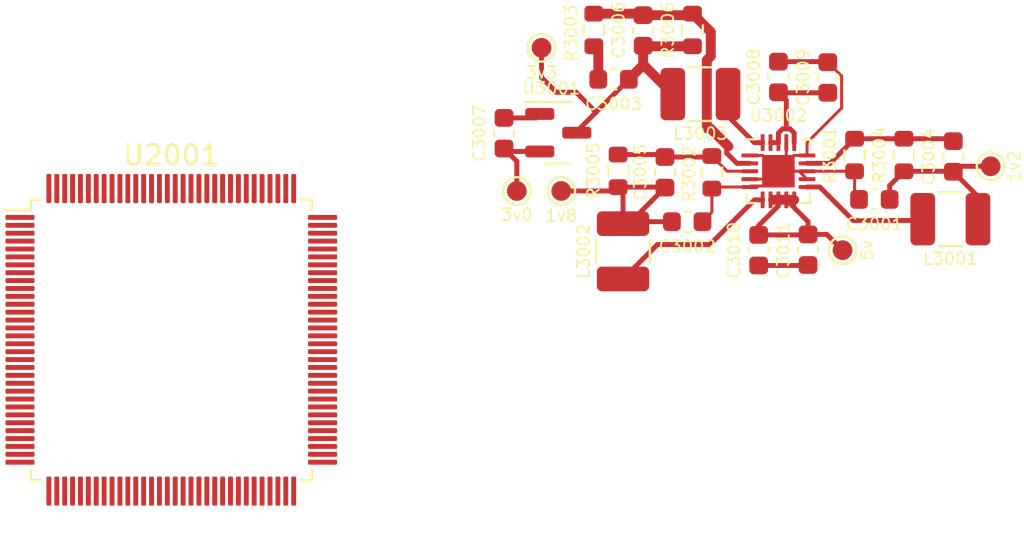
<source format=kicad_pcb>
(kicad_pcb (version 20211014) (generator pcbnew)
  (layers (0 "F.Cu" signal) (1 "In1.Cu" signal) (2 "In2.Cu" signal) (31 "B.Cu" signal) (34 "B.Paste" user) (35 "F.Paste" user) (36 "B.SilkS" user "B.Silkscreen") (37 "F.SilkS" user "F.Silkscreen") (38 "B.Mask" user) (39 "F.Mask" user) (44 "Edge.Cuts" user))
  (net 0 "")
  (net 1 "GND")
  (net 2 "Net-(C3004-Pad2)")
  (net 3 "Net-(C3005-Pad2)")
  (net 4 "Net-(C3006-Pad2)")
  (net 5 "Net-(L3001-Pad2)")
  (net 6 "Net-(L3002-Pad2)")
  (net 7 "Net-(L3003-Pad2)")
  (net 66 "Net-(U2001-Pad59)")
  (net 69 "Net-(U2001-Pad65)")
  (net 127 "/v3s/buck converter V3s/1V2")
  (net 128 "/v3s/buck converter V3s/1V8")
  (net 129 "/v3s/buck converter V3s/3v3")
  (net 130 "/v3s/buck converter V3s/3V0")
  (net 131 "/v3s/buck converter V3s/5V")
  (footprint "Resistor_SMD:R_0603_1608Metric" (layer "F.Cu") (at 189.3584 75.6772 90)
    (fp_text reference "R3004" (at 0 -1.25 90 unlocked) (layer "F.SilkS") (effects (font (size 0.6 0.6) (thickness 0.09))))
    (fp_text value "150K(Ra)" hide)
    (fp_line (start -0.237258 0.5225) (end 0.237258 0.5225) (layer "F.SilkS") (width 0.12))
    (fp_line (start -0.237258 -0.5225) (end 0.237258 -0.5225) (layer "F.SilkS") (width 0.12))
    (pad "1" smd roundrect (at -0.825 0 90) (size 0.8 0.95) (layers "F.Cu" "F.Paste" "F.Mask") (net 127 "/v3s/buck converter V3s/1V2"))
    (pad "2" smd roundrect (at 0.825 0 90) (size 0.8 0.95) (layers "F.Cu" "F.Paste" "F.Mask") (net 2 "Net-(C3004-Pad2)"))
  )
  (footprint "Inductor_SMD:L_1210_3225Metric" (layer "F.Cu") (at 179.0498 72.5954)
    (fp_text reference "L3003" (at 0 2 unlocked) (layer "F.SilkS") (effects (font (size 0.6 0.6) (thickness 0.09))))
    (fp_text value "2.2uH DCR<0.1R 1.5A" hide)
    (fp_line (start -0.602064 -1.36) (end 0.602064 -1.36) (layer "F.SilkS") (width 0.12))
    (fp_line (start -0.602064 1.36) (end 0.602064 1.36) (layer "F.SilkS") (width 0.12))
    (pad "1" smd roundrect (at -1.4 0) (size 1.25 2.65) (layers "F.Cu" "F.Paste" "F.Mask") (roundrect_rratio 0.2) (net 129 "/v3s/buck converter V3s/3v3"))
    (pad "2" smd roundrect (at 1.4 0) (size 1.25 2.65) (layers "F.Cu" "F.Paste" "F.Mask") (roundrect_rratio 0.2) (net 7 "Net-(L3003-Pad2)"))
  )
  (footprint "TestPoint:TestPoint_Pad_D1.0mm" (layer "F.Cu") (at 171 70.25)
    (fp_text reference "TP3003" hide)
    (fp_text value "3v3" (at 0 1.25 unlocked) (layer "F.SilkS") (effects (font (size 0.6 0.6) (thickness 0.09))))
    (fp_circle (center 0 0) (end 0 0.7) (layer "F.SilkS") (width 0.12) (fill none))
    (pad "1" smd circle (at 0 0) (size 1 1) (layers "F.Cu" "F.Mask") (net 129 "/v3s/buck converter V3s/3v3"))
  )
  (footprint "Capacitor_SMD:C_0603_1608Metric" (layer "F.Cu") (at 187.8584 77.9272 180)
    (fp_text reference "C3001" (at 0 -1.25 unlocked) (layer "F.SilkS") (effects (font (size 0.6 0.6) (thickness 0.09))))
    (fp_text value "10uf" hide)
    (fp_line (start -0.14058 0.51) (end 0.14058 0.51) (layer "F.SilkS") (width 0.12))
    (fp_line (start -0.14058 -0.51) (end 0.14058 -0.51) (layer "F.SilkS") (width 0.12))
    (pad "1" smd roundrect (at -0.775 0 180) (size 0.9 0.95) (layers "F.Cu" "F.Paste" "F.Mask") (net 127 "/v3s/buck converter V3s/1V2"))
    (pad "2" smd roundrect (at 0.775 0 180) (size 0.9 0.95) (layers "F.Cu" "F.Paste" "F.Mask") (net 1 "GND"))
  )
  (footprint "TestPoint:TestPoint_Pad_D1.0mm" (layer "F.Cu") (at 193.75 76.25 90)
    (fp_text reference "TP3002" hide)
    (fp_text value "1v2" (at 0 1.2 90 unlocked) (layer "F.SilkS") (effects (font (size 0.6 0.6) (thickness 0.09))))
    (fp_circle (center 0 0) (end 0 0.7) (layer "F.SilkS") (width 0.12) (fill none))
    (pad "1" smd circle (at 0 0 90) (size 1 1) (layers "F.Cu" "F.Mask") (net 127 "/v3s/buck converter V3s/1V2"))
  )
  (footprint "Capacitor_SMD:C_0603_1608Metric" (layer "F.Cu") (at 178.3788 79.0556)
    (fp_text reference "C3002" (at 0 1.25 unlocked) (layer "F.SilkS") (effects (font (size 0.6 0.6) (thickness 0.09))))
    (fp_text value "10uf" hide)
    (fp_line (start -0.14058 0.51) (end 0.14058 0.51) (layer "F.SilkS") (width 0.12))
    (fp_line (start -0.14058 -0.51) (end 0.14058 -0.51) (layer "F.SilkS") (width 0.12))
    (pad "1" smd roundrect (at -0.775 0) (size 0.9 0.95) (layers "F.Cu" "F.Paste" "F.Mask") (net 128 "/v3s/buck converter V3s/1V8"))
    (pad "2" smd roundrect (at 0.775 0) (size 0.9 0.95) (layers "F.Cu" "F.Paste" "F.Mask") (net 1 "GND"))
  )
  (footprint "Resistor_SMD:R_0603_1608Metric" (layer "F.Cu") (at 178.6498 69.3454 90)
    (fp_text reference "R3006" (at 0 -1.25 90 unlocked) (layer "F.SilkS") (effects (font (size 0.6 0.6) (thickness 0.09))))
    (fp_text value "680K(Ra)" hide)
    (fp_line (start -0.237258 0.5225) (end 0.237258 0.5225) (layer "F.SilkS") (width 0.12))
    (fp_line (start -0.237258 -0.5225) (end 0.237258 -0.5225) (layer "F.SilkS") (width 0.12))
    (pad "1" smd roundrect (at -0.825 0 90) (size 0.8 0.95) (layers "F.Cu" "F.Paste" "F.Mask") (net 129 "/v3s/buck converter V3s/3v3"))
    (pad "2" smd roundrect (at 0.825 0 90) (size 0.8 0.95) (layers "F.Cu" "F.Paste" "F.Mask") (net 4 "Net-(C3006-Pad2)"))
  )
  (footprint "Resistor_SMD:R_0603_1608Metric" (layer "F.Cu") (at 174.8788 76.4806 90)
    (fp_text reference "R3005" (at 0 -1.25 90 unlocked) (layer "F.SilkS") (effects (font (size 0.6 0.6) (thickness 0.09))))
    (fp_text value "200K(Ra)" hide)
    (fp_line (start -0.237258 0.5225) (end 0.237258 0.5225) (layer "F.SilkS") (width 0.12))
    (fp_line (start -0.237258 -0.5225) (end 0.237258 -0.5225) (layer "F.SilkS") (width 0.12))
    (pad "1" smd roundrect (at -0.825 0 90) (size 0.8 0.95) (layers "F.Cu" "F.Paste" "F.Mask") (net 128 "/v3s/buck converter V3s/1V8"))
    (pad "2" smd roundrect (at 0.825 0 90) (size 0.8 0.95) (layers "F.Cu" "F.Paste" "F.Mask") (net 3 "Net-(C3005-Pad2)"))
  )
  (footprint "Capacitor_SMD:C_0603_1608Metric" (layer "F.Cu") (at 169.1 74.575 90)
    (fp_text reference "C3007" (at 0 -1.25 90 unlocked) (layer "F.SilkS") (effects (font (size 0.6 0.6) (thickness 0.09))))
    (fp_text value "1uf" hide)
    (fp_line (start -0.14058 -0.51) (end 0.14058 -0.51) (layer "F.SilkS") (width 0.12))
    (fp_line (start -0.14058 0.51) (end 0.14058 0.51) (layer "F.SilkS") (width 0.12))
    (pad "1" smd roundrect (at -0.775 0 90) (size 0.9 0.95) (layers "F.Cu" "F.Paste" "F.Mask") (net 130 "/v3s/buck converter V3s/3V0"))
    (pad "2" smd roundrect (at 0.775 0 90) (size 0.9 0.95) (layers "F.Cu" "F.Paste" "F.Mask") (net 1 "GND"))
  )
  (footprint "Capacitor_SMD:C_0603_1608Metric" (layer "F.Cu") (at 191.8584 75.7522 90)
    (fp_text reference "C3004" (at 0 -1.25 90 unlocked) (layer "F.SilkS") (effects (font (size 0.6 0.6) (thickness 0.09))))
    (fp_text value "18p" hide)
    (fp_line (start -0.14058 -0.51) (end 0.14058 -0.51) (layer "F.SilkS") (width 0.12))
    (fp_line (start -0.14058 0.51) (end 0.14058 0.51) (layer "F.SilkS") (width 0.12))
    (pad "1" smd roundrect (at -0.775 0 90) (size 0.9 0.95) (layers "F.Cu" "F.Paste" "F.Mask") (net 127 "/v3s/buck converter V3s/1V2"))
    (pad "2" smd roundrect (at 0.775 0 90) (size 0.9 0.95) (layers "F.Cu" "F.Paste" "F.Mask") (net 2 "Net-(C3004-Pad2)"))
  )
  (footprint "Package_QFP:LQFP-128_14x14mm_P0.4mm" (layer "F.Cu") (at 152.2476 85.0392)
    (fp_text reference "U2001" (at 0 -9.35) (layer "F.SilkS"))
    (fp_text value "V3S")
    (fp_line (start -7.11 -6.585) (end -8.4 -6.585) (layer "F.SilkS") (width 0.12))
    (fp_line (start -6.585 -7.11) (end -7.11 -7.11) (layer "F.SilkS") (width 0.12))
    (fp_line (start -7.11 7.11) (end -7.11 6.585) (layer "F.SilkS") (width 0.12))
    (fp_line (start 6.585 7.11) (end 7.11 7.11) (layer "F.SilkS") (width 0.12))
    (fp_line (start 7.11 7.11) (end 7.11 6.585) (layer "F.SilkS") (width 0.12))
    (fp_line (start -6.585 7.11) (end -7.11 7.11) (layer "F.SilkS") (width 0.12))
    (fp_line (start 6.585 -7.11) (end 7.11 -7.11) (layer "F.SilkS") (width 0.12))
    (fp_line (start 7.11 -7.11) (end 7.11 -6.585) (layer "F.SilkS") (width 0.12))
    (fp_line (start -7.11 -7.11) (end -7.11 -6.585) (layer "F.SilkS") (width 0.12))
    (pad "1" smd roundrect (at -7.6625 -6.2) (size 1.475 0.25) (layers "F.Cu" "F.Paste" "F.Mask"))
    (pad "2" smd roundrect (at -7.6625 -5.8) (size 1.475 0.25) (layers "F.Cu" "F.Paste" "F.Mask"))
    (pad "3" smd roundrect (at -7.6625 -5.4) (size 1.475 0.25) (layers "F.Cu" "F.Paste" "F.Mask"))
    (pad "4" smd roundrect (at -7.6625 -5) (size 1.475 0.25) (layers "F.Cu" "F.Paste" "F.Mask"))
    (pad "5" smd roundrect (at -7.6625 -4.6) (size 1.475 0.25) (layers "F.Cu" "F.Paste" "F.Mask"))
    (pad "6" smd roundrect (at -7.6625 -4.2) (size 1.475 0.25) (layers "F.Cu" "F.Paste" "F.Mask"))
    (pad "7" smd roundrect (at -7.6625 -3.8) (size 1.475 0.25) (layers "F.Cu" "F.Paste" "F.Mask"))
    (pad "8" smd roundrect (at -7.6625 -3.4) (size 1.475 0.25) (layers "F.Cu" "F.Paste" "F.Mask"))
    (pad "9" smd roundrect (at -7.6625 -3) (size 1.475 0.25) (layers "F.Cu" "F.Paste" "F.Mask"))
    (pad "10" smd roundrect (at -7.6625 -2.6) (size 1.475 0.25) (layers "F.Cu" "F.Paste" "F.Mask"))
    (pad "11" smd roundrect (at -7.6625 -2.2) (size 1.475 0.25) (layers "F.Cu" "F.Paste" "F.Mask"))
    (pad "12" smd roundrect (at -7.6625 -1.8) (size 1.475 0.25) (layers "F.Cu" "F.Paste" "F.Mask"))
    (pad "13" smd roundrect (at -7.6625 -1.4) (size 1.475 0.25) (layers "F.Cu" "F.Paste" "F.Mask"))
    (pad "14" smd roundrect (at -7.6625 -1) (size 1.475 0.25) (layers "F.Cu" "F.Paste" "F.Mask"))
    (pad "15" smd roundrect (at -7.6625 -0.6) (size 1.475 0.25) (layers "F.Cu" "F.Paste" "F.Mask"))
    (pad "16" smd roundrect (at -7.6625 -0.2) (size 1.475 0.25) (layers "F.Cu" "F.Paste" "F.Mask"))
    (pad "17" smd roundrect (at -7.6625 0.2) (size 1.475 0.25) (layers "F.Cu" "F.Paste" "F.Mask"))
    (pad "18" smd roundrect (at -7.6625 0.6) (size 1.475 0.25) (layers "F.Cu" "F.Paste" "F.Mask"))
    (pad "19" smd roundrect (at -7.6625 1) (size 1.475 0.25) (layers "F.Cu" "F.Paste" "F.Mask"))
    (pad "20" smd roundrect (at -7.6625 1.4) (size 1.475 0.25) (layers "F.Cu" "F.Paste" "F.Mask"))
    (pad "21" smd roundrect (at -7.6625 1.8) (size 1.475 0.25) (layers "F.Cu" "F.Paste" "F.Mask"))
    (pad "22" smd roundrect (at -7.6625 2.2) (size 1.475 0.25) (layers "F.Cu" "F.Paste" "F.Mask"))
    (pad "23" smd roundrect (at -7.6625 2.6) (size 1.475 0.25) (layers "F.Cu" "F.Paste" "F.Mask"))
    (pad "24" smd roundrect (at -7.6625 3) (size 1.475 0.25) (layers "F.Cu" "F.Paste" "F.Mask"))
    (pad "25" smd roundrect (at -7.6625 3.4) (size 1.475 0.25) (layers "F.Cu" "F.Paste" "F.Mask"))
    (pad "26" smd roundrect (at -7.6625 3.8) (size 1.475 0.25) (layers "F.Cu" "F.Paste" "F.Mask"))
    (pad "27" smd roundrect (at -7.6625 4.2) (size 1.475 0.25) (layers "F.Cu" "F.Paste" "F.Mask"))
    (pad "28" smd roundrect (at -7.6625 4.6) (size 1.475 0.25) (layers "F.Cu" "F.Paste" "F.Mask"))
    (pad "29" smd roundrect (at -7.6625 5) (size 1.475 0.25) (layers "F.Cu" "F.Paste" "F.Mask"))
    (pad "30" smd roundrect (at -7.6625 5.4) (size 1.475 0.25) (layers "F.Cu" "F.Paste" "F.Mask"))
    (pad "31" smd roundrect (at -7.6625 5.8) (size 1.475 0.25) (layers "F.Cu" "F.Paste" "F.Mask"))
    (pad "32" smd roundrect (at -7.6625 6.2) (size 1.475 0.25) (layers "F.Cu" "F.Paste" "F.Mask"))
    (pad "33" smd roundrect (at -6.2 7.6625) (size 0.25 1.475) (layers "F.Cu" "F.Paste" "F.Mask"))
    (pad "34" smd roundrect (at -5.8 7.6625) (size 0.25 1.475) (layers "F.Cu" "F.Paste" "F.Mask"))
    (pad "35" smd roundrect (at -5.4 7.6625) (size 0.25 1.475) (layers "F.Cu" "F.Paste" "F.Mask"))
    (pad "36" smd roundrect (at -5 7.6625) (size 0.25 1.475) (layers "F.Cu" "F.Paste" "F.Mask"))
    (pad "37" smd roundrect (at -4.6 7.6625) (size 0.25 1.475) (layers "F.Cu" "F.Paste" "F.Mask"))
    (pad "38" smd roundrect (at -4.2 7.6625) (size 0.25 1.475) (layers "F.Cu" "F.Paste" "F.Mask"))
    (pad "39" smd roundrect (at -3.8 7.6625) (size 0.25 1.475) (layers "F.Cu" "F.Paste" "F.Mask"))
    (pad "40" smd roundrect (at -3.4 7.6625) (size 0.25 1.475) (layers "F.Cu" "F.Paste" "F.Mask"))
    (pad "41" smd roundrect (at -3 7.6625) (size 0.25 1.475) (layers "F.Cu" "F.Paste" "F.Mask"))
    (pad "42" smd roundrect (at -2.6 7.6625) (size 0.25 1.475) (layers "F.Cu" "F.Paste" "F.Mask"))
    (pad "43" smd roundrect (at -2.2 7.6625) (size 0.25 1.475) (layers "F.Cu" "F.Paste" "F.Mask"))
    (pad "44" smd roundrect (at -1.8 7.6625) (size 0.25 1.475) (layers "F.Cu" "F.Paste" "F.Mask"))
    (pad "45" smd roundrect (at -1.4 7.6625) (size 0.25 1.475) (layers "F.Cu" "F.Paste" "F.Mask"))
    (pad "46" smd roundrect (at -1 7.6625) (size 0.25 1.475) (layers "F.Cu" "F.Paste" "F.Mask"))
    (pad "47" smd roundrect (at -0.6 7.6625) (size 0.25 1.475) (layers "F.Cu" "F.Paste" "F.Mask"))
    (pad "48" smd roundrect (at -0.2 7.6625) (size 0.25 1.475) (layers "F.Cu" "F.Paste" "F.Mask"))
    (pad "49" smd roundrect (at 0.2 7.6625) (size 0.25 1.475) (layers "F.Cu" "F.Paste" "F.Mask"))
    (pad "50" smd roundrect (at 0.6 7.6625) (size 0.25 1.475) (layers "F.Cu" "F.Paste" "F.Mask"))
    (pad "51" smd roundrect (at 1 7.6625) (size 0.25 1.475) (layers "F.Cu" "F.Paste" "F.Mask"))
    (pad "52" smd roundrect (at 1.4 7.6625) (size 0.25 1.475) (layers "F.Cu" "F.Paste" "F.Mask"))
    (pad "53" smd roundrect (at 1.8 7.6625) (size 0.25 1.475) (layers "F.Cu" "F.Paste" "F.Mask"))
    (pad "54" smd roundrect (at 2.2 7.6625) (size 0.25 1.475) (layers "F.Cu" "F.Paste" "F.Mask"))
    (pad "55" smd roundrect (at 2.6 7.6625) (size 0.25 1.475) (layers "F.Cu" "F.Paste" "F.Mask"))
    (pad "56" smd roundrect (at 3 7.6625) (size 0.25 1.475) (layers "F.Cu" "F.Paste" "F.Mask"))
    (pad "57" smd roundrect (at 3.4 7.6625) (size 0.25 1.475) (layers "F.Cu" "F.Paste" "F.Mask"))
    (pad "58" smd roundrect (at 3.8 7.6625) (size 0.25 1.475) (layers "F.Cu" "F.Paste" "F.Mask"))
    (pad "59" smd roundrect (at 4.2 7.6625) (size 0.25 1.475) (layers "F.Cu" "F.Paste" "F.Mask") (net 66 "Net-(U2001-Pad59)"))
    (pad "60" smd roundrect (at 4.6 7.6625) (size 0.25 1.475) (layers "F.Cu" "F.Paste" "F.Mask") (net 66 "Net-(U2001-Pad59)"))
    (pad "61" smd roundrect (at 5 7.6625) (size 0.25 1.475) (layers "F.Cu" "F.Paste" "F.Mask") (net 66 "Net-(U2001-Pad59)"))
    (pad "62" smd roundrect (at 5.4 7.6625) (size 0.25 1.475) (layers "F.Cu" "F.Paste" "F.Mask") (net 66 "Net-(U2001-Pad59)"))
    (pad "63" smd roundrect (at 5.8 7.6625) (size 0.25 1.475) (layers "F.Cu" "F.Paste" "F.Mask"))
    (pad "64" smd roundrect (at 6.2 7.6625) (size 0.25 1.475) (layers "F.Cu" "F.Paste" "F.Mask"))
    (pad "65" smd roundrect (at 7.6625 6.2) (size 1.475 0.25) (layers "F.Cu" "F.Paste" "F.Mask") (net 69 "Net-(U2001-Pad65)"))
    (pad "66" smd roundrect (at 7.6625 5.8) (size 1.475 0.25) (layers "F.Cu" "F.Paste" "F.Mask") (net 69 "Net-(U2001-Pad65)"))
    (pad "67" smd roundrect (at 7.6625 5.4) (size 1.475 0.25) (layers "F.Cu" "F.Paste" "F.Mask") (net 69 "Net-(U2001-Pad65)"))
    (pad "68" smd roundrect (at 7.6625 5) (size 1.475 0.25) (layers "F.Cu" "F.Paste" "F.Mask") (net 69 "Net-(U2001-Pad65)"))
    (pad "69" smd roundrect (at 7.6625 4.6) (size 1.475 0.25) (layers "F.Cu" "F.Paste" "F.Mask") (net 69 "Net-(U2001-Pad65)"))
    (pad "70" smd roundrect (at 7.6625 4.2) (size 1.475 0.25) (layers "F.Cu" "F.Paste" "F.Mask") (net 69 "Net-(U2001-Pad65)"))
    (pad "71" smd roundrect (at 7.6625 3.8) (size 1.475 0.25) (layers "F.Cu" "F.Paste" "F.Mask"))
    (pad "72" smd roundrect (at 7.6625 3.4) (size 1.475 0.25) (layers "F.Cu" "F.Paste" "F.Mask") (net 69 "Net-(U2001-Pad65)"))
    (pad "73" smd roundrect (at 7.6625 3) (size 1.475 0.25) (layers "F.Cu" "F.Paste" "F.Mask"))
    (pad "74" smd roundrect (at 7.6625 2.6) (size 1.475 0.25) (layers "F.Cu" "F.Paste" "F.Mask"))
    (pad "75" smd roundrect (at 7.6625 2.2) (size 1.475 0.25) (layers "F.Cu" "F.Paste" "F.Mask"))
    (pad "76" smd roundrect (at 7.6625 1.8) (size 1.475 0.25) (layers "F.Cu" "F.Paste" "F.Mask"))
    (pad "77" smd roundrect (at 7.6625 1.4) (size 1.475 0.25) (layers "F.Cu" "F.Paste" "F.Mask"))
    (pad "78" smd roundrect (at 7.6625 1) (size 1.475 0.25) (layers "F.Cu" "F.Paste" "F.Mask"))
    (pad "79" smd roundrect (at 7.6625 0.6) (size 1.475 0.25) (layers "F.Cu" "F.Paste" "F.Mask"))
    (pad "80" smd roundrect (at 7.6625 0.2) (size 1.475 0.25) (layers "F.Cu" "F.Paste" "F.Mask"))
    (pad "81" smd roundrect (at 7.6625 -0.2) (size 1.475 0.25) (layers "F.Cu" "F.Paste" "F.Mask"))
    (pad "82" smd roundrect (at 7.6625 -0.6) (size 1.475 0.25) (layers "F.Cu" "F.Paste" "F.Mask"))
    (pad "83" smd roundrect (at 7.6625 -1) (size 1.475 0.25) (layers "F.Cu" "F.Paste" "F.Mask"))
    (pad "84" smd roundrect (at 7.6625 -1.4) (size 1.475 0.25) (layers "F.Cu" "F.Paste" "F.Mask"))
    (pad "85" smd roundrect (at 7.6625 -1.8) (size 1.475 0.25) (layers "F.Cu" "F.Paste" "F.Mask"))
    (pad "86" smd roundrect (at 7.6625 -2.2) (size 1.475 0.25) (layers "F.Cu" "F.Paste" "F.Mask"))
    (pad "87" smd roundrect (at 7.6625 -2.6) (size 1.475 0.25) (layers "F.Cu" "F.Paste" "F.Mask"))
    (pad "88" smd roundrect (at 7.6625 -3) (size 1.475 0.25) (layers "F.Cu" "F.Paste" "F.Mask"))
    (pad "89" smd roundrect (at 7.6625 -3.4) (size 1.475 0.25) (layers "F.Cu" "F.Paste" "F.Mask"))
    (pad "90" smd roundrect (at 7.6625 -3.8) (size 1.475 0.25) (layers "F.Cu" "F.Paste" "F.Mask"))
    (pad "91" smd roundrect (at 7.6625 -4.2) (size 1.475 0.25) (layers "F.Cu" "F.Paste" "F.Mask"))
    (pad "92" smd roundrect (at 7.6625 -4.6) (size 1.475 0.25) (layers "F.Cu" "F.Paste" "F.Mask"))
    (pad "93" smd roundrect (at 7.6625 -5) (size 1.475 0.25) (layers "F.Cu" "F.Paste" "F.Mask"))
    (pad "94" smd roundrect (at 7.6625 -5.4) (size 1.475 0.25) (layers "F.Cu" "F.Paste" "F.Mask"))
    (pad "95" smd roundrect (at 7.6625 -5.8) (size 1.475 0.25) (layers "F.Cu" "F.Paste" "F.Mask"))
    (pad "96" smd roundrect (at 7.6625 -6.2) (size 1.475 0.25) (layers "F.Cu" "F.Paste" "F.Mask"))
    (pad "97" smd roundrect (at 6.2 -7.6625) (size 0.25 1.475) (layers "F.Cu" "F.Paste" "F.Mask"))
    (pad "98" smd roundrect (at 5.8 -7.6625) (size 0.25 1.475) (layers "F.Cu" "F.Paste" "F.Mask"))
    (pad "99" smd roundrect (at 5.4 -7.6625) (size 0.25 1.475) (layers "F.Cu" "F.Paste" "F.Mask"))
    (pad "100" smd roundrect (at 5 -7.6625) (size 0.25 1.475) (layers "F.Cu" "F.Paste" "F.Mask"))
    (pad "101" smd roundrect (at 4.6 -7.6625) (size 0.25 1.475) (layers "F.Cu" "F.Paste" "F.Mask"))
    (pad "102" smd roundrect (at 4.2 -7.6625) (size 0.25 1.475) (layers "F.Cu" "F.Paste" "F.Mask"))
    (pad "103" smd roundrect (at 3.8 -7.6625) (size 0.25 1.475) (layers "F.Cu" "F.Paste" "F.Mask"))
    (pad "104" smd roundrect (at 3.4 -7.6625) (size 0.25 1.475) (layers "F.Cu" "F.Paste" "F.Mask"))
    (pad "105" smd roundrect (at 3 -7.6625) (size 0.25 1.475) (layers "F.Cu" "F.Paste" "F.Mask"))
    (pad "106" smd roundrect (at 2.6 -7.6625) (size 0.25 1.475) (layers "F.Cu" "F.Paste" "F.Mask"))
    (pad "107" smd roundrect (at 2.2 -7.6625) (size 0.25 1.475) (layers "F.Cu" "F.Paste" "F.Mask"))
    (pad "108" smd roundrect (at 1.8 -7.6625) (size 0.25 1.475) (layers "F.Cu" "F.Paste" "F.Mask"))
    (pad "109" smd roundrect (at 1.4 -7.6625) (size 0.25 1.475) (layers "F.Cu" "F.Paste" "F.Mask"))
    (pad "110" smd roundrect (at 1 -7.6625) (size 0.25 1.475) (layers "F.Cu" "F.Paste" "F.Mask"))
    (pad "111" smd roundrect (at 0.6 -7.6625) (size 0.25 1.475) (layers "F.Cu" "F.Paste" "F.Mask"))
    (pad "112" smd roundrect (at 0.2 -7.6625) (size 0.25 1.475) (layers "F.Cu" "F.Paste" "F.Mask"))
    (pad "113" smd roundrect (at -0.2 -7.6625) (size 0.25 1.475) (layers "F.Cu" "F.Paste" "F.Mask"))
    (pad "114" smd roundrect (at -0.6 -7.6625) (size 0.25 1.475) (layers "F.Cu" "F.Paste" "F.Mask"))
    (pad "115" smd roundrect (at -1 -7.6625) (size 0.25 1.475) (layers "F.Cu" "F.Paste" "F.Mask"))
    (pad "116" smd roundrect (at -1.4 -7.6625) (size 0.25 1.475) (layers "F.Cu" "F.Paste" "F.Mask"))
    (pad "117" smd roundrect (at -1.8 -7.6625) (size 0.25 1.475) (layers "F.Cu" "F.Paste" "F.Mask"))
    (pad "118" smd roundrect (at -2.2 -7.6625) (size 0.25 1.475) (layers "F.Cu" "F.Paste" "F.Mask"))
    (pad "119" smd roundrect (at -2.6 -7.6625) (size 0.25 1.475) (layers "F.Cu" "F.Paste" "F.Mask"))
    (pad "120" smd roundrect (at -3 -7.6625) (size 0.25 1.475) (layers "F.Cu" "F.Paste" "F.Mask"))
    (pad "121" smd roundrect (at -3.4 -7.6625) (size 0.25 1.475) (layers "F.Cu" "F.Paste" "F.Mask"))
    (pad "122" smd roundrect (at -3.8 -7.6625) (size 0.25 1.475) (layers "F.Cu" "F.Paste" "F.Mask"))
    (pad "123" smd roundrect (at -4.2 -7.6625) (size 0.25 1.475) (layers "F.Cu" "F.Paste" "F.Mask"))
    (pad "124" smd roundrect (at -4.6 -7.6625) (size 0.25 1.475) (layers "F.Cu" "F.Paste" "F.Mask"))
    (pad "125" smd roundrect (at -5 -7.6625) (size 0.25 1.475) (layers "F.Cu" "F.Paste" "F.Mask"))
    (pad "126" smd roundrect (at -5.4 -7.6625) (size 0.25 1.475) (layers "F.Cu" "F.Paste" "F.Mask"))
    (pad "127" smd roundrect (at -5.8 -7.6625) (size 0.25 1.475) (layers "F.Cu" "F.Paste" "F.Mask"))
    (pad "128" smd roundrect (at -6.2 -7.6625) (size 0.25 1.475) (layers "F.Cu" "F.Paste" "F.Mask"))
  )
  (footprint "TestPoint:TestPoint_Pad_D1.0mm" (layer "F.Cu") (at 186.25 80.5 90)
    (fp_text reference "TP3005" hide)
    (fp_text value "5v" (at 0 1.25 90 unlocked) (layer "F.SilkS") (effects (font (size 0.6 0.6) (thickness 0.09))))
    (fp_circle (center 0 0) (end 0 0.7) (layer "F.SilkS") (width 0.12) (fill none))
    (pad "1" smd circle (at 0 0 90) (size 1 1) (layers "F.Cu" "F.Mask") (net 131 "/v3s/buck converter V3s/5V"))
  )
  (footprint "TestPoint:TestPoint_Pad_D1.0mm" (layer "F.Cu") (at 172 77.5)
    (fp_text reference "TP3001" hide)
    (fp_text value "1v8" (at 0 1.25 unlocked) (layer "F.SilkS") (effects (font (size 0.6 0.6) (thickness 0.09))))
    (fp_circle (center 0 0) (end 0 0.7) (layer "F.SilkS") (width 0.12) (fill none))
    (pad "1" smd circle (at 0 0) (size 1 1) (layers "F.Cu" "F.Mask") (net 128 "/v3s/buck converter V3s/1V8"))
  )
  (footprint "Capacitor_SMD:C_0603_1608Metric" (layer "F.Cu") (at 177.2538 76.5556 90)
    (fp_text reference "C3005" (at 0 -1.25 90 unlocked) (layer "F.SilkS") (effects (font (size 0.6 0.6) (thickness 0.09))))
    (fp_text value "18p" hide)
    (fp_line (start -0.14058 0.51) (end 0.14058 0.51) (layer "F.SilkS") (width 0.12))
    (fp_line (start -0.14058 -0.51) (end 0.14058 -0.51) (layer "F.SilkS") (width 0.12))
    (pad "1" smd roundrect (at -0.775 0 90) (size 0.9 0.95) (layers "F.Cu" "F.Paste" "F.Mask") (net 128 "/v3s/buck converter V3s/1V8"))
    (pad "2" smd roundrect (at 0.775 0 90) (size 0.9 0.95) (layers "F.Cu" "F.Paste" "F.Mask") (net 3 "Net-(C3005-Pad2)"))
  )
  (footprint "Capacitor_SMD:C_0603_1608Metric" (layer "F.Cu") (at 176.1498 69.3704 90)
    (fp_text reference "C3006" (at 0.025 -1.25 90 unlocked) (layer "F.SilkS") (effects (font (size 0.6 0.6) (thickness 0.09))))
    (fp_text value "18p" hide)
    (fp_line (start -0.14058 0.51) (end 0.14058 0.51) (layer "F.SilkS") (width 0.12))
    (fp_line (start -0.14058 -0.51) (end 0.14058 -0.51) (layer "F.SilkS") (width 0.12))
    (pad "1" smd roundrect (at -0.775 0 90) (size 0.9 0.95) (layers "F.Cu" "F.Paste" "F.Mask") (net 129 "/v3s/buck converter V3s/3v3"))
    (pad "2" smd roundrect (at 0.775 0 90) (size 0.9 0.95) (layers "F.Cu" "F.Paste" "F.Mask") (net 4 "Net-(C3006-Pad2)"))
  )
  (footprint "Capacitor_SMD:C_0603_1608Metric" (layer "F.Cu") (at 182 80.5 -90)
    (fp_text reference "C3010" (at 0 1.25 90 unlocked) (layer "F.SilkS") (effects (font (size 0.6 0.6) (thickness 0.09))))
    (fp_text value "10uf" hide)
    (fp_line (start -0.14058 -0.51) (end 0.14058 -0.51) (layer "F.SilkS") (width 0.12))
    (fp_line (start -0.14058 0.51) (end 0.14058 0.51) (layer "F.SilkS") (width 0.12))
    (pad "1" smd roundrect (at -0.775 0 270) (size 0.9 0.95) (layers "F.Cu" "F.Paste" "F.Mask") (net 131 "/v3s/buck converter V3s/5V"))
    (pad "2" smd roundrect (at 0.775 0 270) (size 0.9 0.95) (layers "F.Cu" "F.Paste" "F.Mask") (net 1 "GND"))
  )
  (footprint "Resistor_SMD:R_0603_1608Metric" (layer "F.Cu") (at 173.6498 69.3454 -90)
    (fp_text reference "R3003" (at 0.1546 1.1498 90 unlocked) (layer "F.SilkS") (effects (font (size 0.6 0.6) (thickness 0.09))))
    (fp_text value "150K(Rb)" hide)
    (fp_line (start -0.237258 0.5225) (end 0.237258 0.5225) (layer "F.SilkS") (width 0.12))
    (fp_line (start -0.237258 -0.5225) (end 0.237258 -0.5225) (layer "F.SilkS") (width 0.12))
    (pad "1" smd roundrect (at -0.825 0 270) (size 0.8 0.95) (layers "F.Cu" "F.Paste" "F.Mask") (net 4 "Net-(C3006-Pad2)"))
    (pad "2" smd roundrect (at 0.825 0 270) (size 0.8 0.95) (layers "F.Cu" "F.Paste" "F.Mask") (net 1 "GND"))
  )
  (footprint "Capacitor_SMD:C_0603_1608Metric" (layer "F.Cu") (at 174.6498 71.8454 180)
    (fp_text reference "C3003" (at 0 -1.25 unlocked) (layer "F.SilkS") (effects (font (size 0.6 0.6) (thickness 0.09))))
    (fp_text value "10uf" hide)
    (fp_line (start -0.14058 0.51) (end 0.14058 0.51) (layer "F.SilkS") (width 0.12))
    (fp_line (start -0.14058 -0.51) (end 0.14058 -0.51) (layer "F.SilkS") (width 0.12))
    (pad "1" smd roundrect (at -0.775 0 180) (size 0.9 0.95) (layers "F.Cu" "F.Paste" "F.Mask") (net 129 "/v3s/buck converter V3s/3v3"))
    (pad "2" smd roundrect (at 0.775 0 180) (size 0.9 0.95) (layers "F.Cu" "F.Paste" "F.Mask") (net 1 "GND"))
  )
  (footprint "Inductor_SMD:L_1210_3225Metric" (layer "F.Cu") (at 191.7084 78.9272 180)
    (fp_text reference "L3001" (at 0 -2 unlocked) (layer "F.SilkS") (effects (font (size 0.6 0.6) (thickness 0.09))))
    (fp_text value "2.2uH DCR<0.1R 1.5A" hide)
    (fp_line (start -0.602064 1.36) (end 0.602064 1.36) (layer "F.SilkS") (width 0.12))
    (fp_line (start -0.602064 -1.36) (end 0.602064 -1.36) (layer "F.SilkS") (width 0.12))
    (pad "1" smd roundrect (at -1.4 0 180) (size 1.25 2.65) (layers "F.Cu" "F.Paste" "F.Mask") (roundrect_rratio 0.2) (net 127 "/v3s/buck converter V3s/1V2"))
    (pad "2" smd roundrect (at 1.4 0 180) (size 1.25 2.65) (layers "F.Cu" "F.Paste" "F.Mask") (roundrect_rratio 0.2) (net 5 "Net-(L3001-Pad2)"))
  )
  (footprint "Package_TO_SOT_SMD:SOT-23" (layer "F.Cu") (at 171.85 74.55)
    (fp_text reference "U3001" (at -0.35 -2.25 unlocked) (layer "F.SilkS") (effects (font (size 0.6 0.6) (thickness 0.09))))
    (fp_text value "XC6206P302MR" hide)
    (fp_line (start 0 -1.56) (end -1.675 -1.56) (layer "F.SilkS") (width 0.12))
    (fp_line (start 0 1.56) (end -0.65 1.56) (layer "F.SilkS") (width 0.12))
    (fp_line (start 0 1.56) (end 0.65 1.56) (layer "F.SilkS") (width 0.12))
    (fp_line (start 0 -1.56) (end 0.65 -1.56) (layer "F.SilkS") (width 0.12))
    (pad "1" smd roundrect (at -0.9375 -0.95) (size 1.475 0.6) (layers "F.Cu" "F.Paste" "F.Mask") (net 1 "GND"))
    (pad "2" smd roundrect (at -0.9375 0.95) (size 1.475 0.6) (layers "F.Cu" "F.Paste" "F.Mask") (net 130 "/v3s/buck converter V3s/3V0"))
    (pad "3" smd roundrect (at 0.9375 0) (size 1.475 0.6) (layers "F.Cu" "F.Paste" "F.Mask") (net 129 "/v3s/buck converter V3s/3v3"))
  )
  (footprint "Capacitor_SMD:C_0603_1608Metric" (layer "F.Cu") (at 183 71.725 90)
    (fp_text reference "C3008" (at 0 -1.25 90 unlocked) (layer "F.SilkS") (effects (font (size 0.6 0.6) (thickness 0.09))))
    (fp_text value "1uf" hide)
    (fp_line (start -0.14058 0.51) (end 0.14058 0.51) (layer "F.SilkS") (width 0.12))
    (fp_line (start -0.14058 -0.51) (end 0.14058 -0.51) (layer "F.SilkS") (width 0.12))
    (pad "1" smd roundrect (at -0.775 0 90) (size 0.9 0.95) (layers "F.Cu" "F.Paste" "F.Mask") (net 131 "/v3s/buck converter V3s/5V"))
    (pad "2" smd roundrect (at 0.775 0 90) (size 0.9 0.95) (layers "F.Cu" "F.Paste" "F.Mask") (net 1 "GND"))
  )
  (footprint "Capacitor_SMD:C_0603_1608Metric" (layer "F.Cu") (at 185.5 71.75 90)
    (fp_text reference "C3009" (at 0 -1.25 90 unlocked) (layer "F.SilkS") (effects (font (size 0.6 0.6) (thickness 0.09))))
    (fp_text value "10uf" hide)
    (fp_line (start -0.14058 0.51) (end 0.14058 0.51) (layer "F.SilkS") (width 0.12))
    (fp_line (start -0.14058 -0.51) (end 0.14058 -0.51) (layer "F.SilkS") (width 0.12))
    (pad "1" smd roundrect (at -0.775 0 90) (size 0.9 0.95) (layers "F.Cu" "F.Paste" "F.Mask") (net 131 "/v3s/buck converter V3s/5V"))
    (pad "2" smd roundrect (at 0.775 0 90) (size 0.9 0.95) (layers "F.Cu" "F.Paste" "F.Mask") (net 1 "GND"))
  )
  (footprint "Inductor_SMD:L_1210_3225Metric" (layer "F.Cu") (at 175.1288 80.5556 -90)
    (fp_text reference "L3002" (at 0 2 90 unlocked) (layer "F.SilkS") (effects (font (size 0.6 0.6) (thickness 0.09))))
    (fp_text value "2.2uH DCR<0.1R 1.5A" hide)
    (fp_line (start -0.602064 -1.36) (end 0.602064 -1.36) (layer "F.SilkS") (width 0.12))
    (fp_line (start -0.602064 1.36) (end 0.602064 1.36) (layer "F.SilkS") (width 0.12))
    (pad "1" smd roundrect (at -1.4 0 270) (size 1.25 2.65) (layers "F.Cu" "F.Paste" "F.Mask") (roundrect_rratio 0.2) (net 128 "/v3s/buck converter V3s/1V8"))
    (pad "2" smd roundrect (at 1.4 0 270) (size 1.25 2.65) (layers "F.Cu" "F.Paste" "F.Mask") (roundrect_rratio 0.2) (net 6 "Net-(L3002-Pad2)"))
  )
  (footprint "Resistor_SMD:R_0603_1608Metric" (layer "F.Cu") (at 179.6288 76.5556 -90)
    (fp_text reference "R3002" (at 0.075 1.15 90 unlocked) (layer "F.SilkS") (effects (font (size 0.6 0.6) (thickness 0.09))))
    (fp_text value "100K(Rb)" hide)
    (fp_line (start -0.237258 -0.5225) (end 0.237258 -0.5225) (layer "F.SilkS") (width 0.12))
    (fp_line (start -0.237258 0.5225) (end 0.237258 0.5225) (layer "F.SilkS") (width 0.12))
    (pad "1" smd roundrect (at -0.825 0 270) (size 0.8 0.95) (layers "F.Cu" "F.Paste" "F.Mask") (net 3 "Net-(C3005-Pad2)"))
    (pad "2" smd roundrect (at 0.825 0 270) (size 0.8 0.95) (layers "F.Cu" "F.Paste" "F.Mask") (net 1 "GND"))
  )
  (footprint "TestPoint:TestPoint_Pad_D1.0mm" (layer "F.Cu") (at 169.75 77.5)
    (fp_text reference "TP3004" hide)
    (fp_text value "3v0" (at 0 1.2 unlocked) (layer "F.SilkS") (effects (font (size 0.6 0.6) (thickness 0.09))))
    (fp_circle (center 0 0) (end 0 0.7) (layer "F.SilkS") (width 0.12) (fill none))
    (pad "1" smd circle (at 0 0) (size 1 1) (layers "F.Cu" "F.Mask") (net 130 "/v3s/buck converter V3s/3V0"))
  )
  (footprint "Capacitor_SMD:C_0603_1608Metric" (layer "F.Cu") (at 184.5 80.475 -90)
    (fp_text reference "C3011" (at 0.025 1.25 90 unlocked) (layer "F.SilkS") (effects (font (size 0.6 0.6) (thickness 0.09))))
    (fp_text value "1uf" hide)
    (fp_line (start -0.14058 -0.51) (end 0.14058 -0.51) (layer "F.SilkS") (width 0.12))
    (fp_line (start -0.14058 0.51) (end 0.14058 0.51) (layer "F.SilkS") (width 0.12))
    (pad "1" smd roundrect (at -0.775 0 270) (size 0.9 0.95) (layers "F.Cu" "F.Paste" "F.Mask") (net 131 "/v3s/buck converter V3s/5V"))
    (pad "2" smd roundrect (at 0.775 0 270) (size 0.9 0.95) (layers "F.Cu" "F.Paste" "F.Mask") (net 1 "GND"))
  )
  (footprint "Resistor_SMD:R_0603_1608Metric" (layer "F.Cu") (at 186.8584 75.6772 -90)
    (fp_text reference "R3001" (at 0 1.25 90 unlocked) (layer "F.SilkS") (effects (font (size 0.6 0.6) (thickness 0.09))))
    (fp_text value "150K(Rb)" hide)
    (fp_line (start -0.237258 -0.5225) (end 0.237258 -0.5225) (layer "F.SilkS") (width 0.12))
    (fp_line (start -0.237258 0.5225) (end 0.237258 0.5225) (layer "F.SilkS") (width 0.12))
    (pad "1" smd roundrect (at -0.825 0 270) (size 0.8 0.95) (layers "F.Cu" "F.Paste" "F.Mask") (net 2 "Net-(C3004-Pad2)"))
    (pad "2" smd roundrect (at 0.825 0 270) (size 0.8 0.95) (layers "F.Cu" "F.Paste" "F.Mask") (net 1 "GND"))
  )
  (footprint "Package_DFN_QFN:QFN-20-1EP_3x3mm_P0.4mm_EP1.65x1.65mm" (layer "F.Cu") (at 183 76.5)
    (fp_text reference "U3002" (at 0 -2.82 unlocked) (layer "F.SilkS") (effects (font (size 0.6 0.6) (thickness 0.09))))
    (fp_text value "EA3036" hide)
    (fp_line (start 1.61 -1.61) (end 1.61 -1.16) (layer "F.SilkS") (width 0.12))
    (fp_line (start 1.16 -1.61) (end 1.61 -1.61) (layer "F.SilkS") (width 0.12))
    (fp_line (start 1.61 1.61) (end 1.61 1.16) (layer "F.SilkS") (width 0.12))
    (fp_line (start -1.61 1.61) (end -1.61 1.16) (layer "F.SilkS") (width 0.12))
    (fp_line (start -1.16 1.61) (end -1.61 1.61) (layer "F.SilkS") (width 0.12))
    (fp_line (start 1.16 1.61) (end 1.61 1.61) (layer "F.SilkS") (width 0.12))
    (fp_line (start -1.16 -1.61) (end -1.61 -1.61) (layer "F.SilkS") (width 0.12))
    (pad "1" smd roundrect (at -1.45 -0.8) (size 0.85 0.2) (layers "F.Cu" "F.Paste" "F.Mask") (net 1 "GND"))
    (pad "2" smd roundrect (at -1.45 -0.4) (size 0.85 0.2) (layers "F.Cu" "F.Paste" "F.Mask") (net 4 "Net-(C3006-Pad2)"))
    (pad "3" smd roundrect (at -1.45 0) (size 0.85 0.2) (layers "F.Cu" "F.Paste" "F.Mask") (net 3 "Net-(C3005-Pad2)"))
    (pad "4" smd roundrect (at -1.45 0.4) (size 0.85 0.2) (layers "F.Cu" "F.Paste" "F.Mask") (net 1 "GND"))
    (pad "5" smd roundrect (at -1.45 0.8) (size 0.85 0.2) (layers "F.Cu" "F.Paste" "F.Mask") (net 1 "GND"))
    (pad "6" smd roundrect (at -0.8 1.45) (size 0.2 0.85) (layers "F.Cu" "F.Paste" "F.Mask") (net 6 "Net-(L3002-Pad2)"))
    (pad "7" smd roundrect (at -0.4 1.45) (size 0.2 0.85) (layers "F.Cu" "F.Paste" "F.Mask") (net 131 "/v3s/buck converter V3s/5V"))
    (pad "8" smd roundrect (at 0 1.45) (size 0.2 0.85) (layers "F.Cu" "F.Paste" "F.Mask") (net 131 "/v3s/buck converter V3s/5V"))
    (pad "9" smd roundrect (at 0.4 1.45) (size 0.2 0.85) (layers "F.Cu" "F.Paste" "F.Mask") (net 131 "/v3s/buck converter V3s/5V"))
    (pad "10" smd roundrect (at 0.8 1.45) (size 0.2 0.85) (layers "F.Cu" "F.Paste" "F.Mask") (net 131 "/v3s/buck converter V3s/5V"))
    (pad "11" smd roundrect (at 1.45 0.8) (size 0.85 0.2) (layers "F.Cu" "F.Paste" "F.Mask") (net 5 "Net-(L3001-Pad2)"))
    (pad "12" smd roundrect (at 1.45 0.4) (size 0.85 0.2) (layers "F.Cu" "F.Paste" "F.Mask") (net 1 "GND"))
    (pad "13" smd roundrect (at 1.45 0) (size 0.85 0.2) (layers "F.Cu" "F.Paste" "F.Mask") (net 1 "GND"))
    (pad "14" smd roundrect (at 1.45 -0.4) (size 0.85 0.2) (layers "F.Cu" "F.Paste" "F.Mask") (net 2 "Net-(C3004-Pad2)"))
    (pad "15" smd roundrect (at 1.45 -0.8) (size 0.85 0.2) (layers "F.Cu" "F.Paste" "F.Mask") (net 1 "GND"))
    (pad "16" smd roundrect (at 0.8 -1.45) (size 0.2 0.85) (layers "F.Cu" "F.Paste" "F.Mask") (net 131 "/v3s/buck converter V3s/5V"))
    (pad "17" smd roundrect (at 0.4 -1.45) (size 0.2 0.85) (layers "F.Cu" "F.Paste" "F.Mask") (net 1 "GND"))
    (pad "18" smd roundrect (at 0 -1.45) (size 0.2 0.85) (layers "F.Cu" "F.Paste" "F.Mask") (net 131 "/v3s/buck converter V3s/5V"))
    (pad "19" smd roundrect (at -0.4 -1.45) (size 0.2 0.85) (layers "F.Cu" "F.Paste" "F.Mask") (net 131 "/v3s/buck converter V3s/5V"))
    (pad "20" smd roundrect (at -0.8 -1.45) (size 0.2 0.85) (layers "F.Cu" "F.Paste" "F.Mask") (net 7 "Net-(L3003-Pad2)"))
    (pad "21" smd rect (at 0 0) (size 1.65 1.65) (layers "F.Cu" "F.Mask") (net 1 "GND"))
  )
  (segment (start 181.55 75.7) (end 182.2 75.7) (width 0.15) (layer "F.Cu") (net 1))
  (segment (start 186.8584 76.5022) (end 186.8584 77.7022) (width 0.15) (layer "F.Cu") (net 1))
  (segment (start 184.05 76.5) (end 183 76.5) (width 0.15) (layer "F.Cu") (net 1))
  (segment (start 170.7125 73.8) (end 170.9125 73.6) (width 0.25) (layer "F.Cu") (net 1))
  (segment (start 182.2 75.7) (end 183 76.5) (width 0.15) (layer "F.Cu") (net 1))
  (segment (start 185.475 70.95) (end 185.5 70.975) (width 0.25) (layer "F.Cu") (net 1))
  (segment (start 184.45 76.5) (end 186.8562 76.5) (width 0.15) (layer "F.Cu") (net 1))
  (segment (start 181.55 77.3) (end 179.7094 77.3) (width 0.15) (layer "F.Cu") (net 1))
  (segment (start 181.6 77.25) (end 182.25 77.25) (width 0.15) (layer "F.Cu") (net 1))
  (segment (start 182.6 76.9) (end 183 76.5) (width 0.15) (layer "F.Cu") (net 1))
  (segment (start 179.6288 77.3806) (end 179.6288 78.5806) (width 0.15) (layer "F.Cu") (net 1))
  (segment (start 173.8748 70.3954) (end 173.6498 70.1704) (width 0.5) (layer "F.Cu") (net 1))
  (segment (start 179.7094 77.3) (end 179.6288 77.3806) (width 0.15) (layer "F.Cu") (net 1))
  (segment (start 184.45 75.7) (end 183.8 75.7) (width 0.15) (layer "F.Cu") (net 1))
  (segment (start 183.4 76.1) (end 183 76.5) (width 0.15) (layer "F.Cu") (net 1))
  (segment (start 181.55 77.3) (end 181.6 77.25) (width 0.15) (layer "F.Cu") (net 1))
  (segment (start 186.8584 77.7022) (end 187.0834 77.9272) (width 0.15) (layer "F.Cu") (net 1))
  (segment (start 184.45 76.9) (end 184.05 76.5) (width 0.15) (layer "F.Cu") (net 1))
  (segment (start 179.6288 78.5806) (end 179.1538 79.0556) (width 0.15) (layer "F.Cu") (net 1))
  (segment (start 181.55 76.9) (end 182.6 76.9) (width 0.15) (layer "F.Cu") (net 1))
  (segment (start 183.4 75.05) (end 183.4 76.1) (width 0.15) (layer "F.Cu") (net 1))
  (segment (start 169.1 73.8) (end 170.7125 73.8) (width 0.25) (layer "F.Cu") (net 1))
  (segment (start 184.45 75.05) (end 186.2 73.3) (width 0.15) (layer "F.Cu") (net 1))
  (segment (start 184.45 76.5) (end 184.05 76.5) (width 0.15) (layer "F.Cu") (net 1))
  (segment (start 184.45 75.7) (end 184.45 75.05) (width 0.15) (layer "F.Cu") (net 1))
  (segment (start 186.8562 76.5) (end 186.8584 76.5022) (width 0.15) (layer "F.Cu") (net 1))
  (segment (start 173.8748 71.8454) (end 173.8748 70.3954) (width 0.5) (layer "F.Cu") (net 1))
  (segment (start 183 70.95) (end 185.475 70.95) (width 0.25) (layer "F.Cu") (net 1))
  (segment (start 182.25 77.25) (end 183 76.5) (width 0.15) (layer "F.Cu") (net 1))
  (segment (start 186.2 71.675) (end 185.5 70.975) (width 0.15) (layer "F.Cu") (net 1))
  (segment (start 186.2 73.3) (end 186.2 71.675) (width 0.15) (layer "F.Cu") (net 1))
  (segment (start 183.8 75.7) (end 183 76.5) (width 0.15) (layer "F.Cu") (net 1))
  (segment (start 184.475 81.275) (end 184.5 81.25) (width 0.25) (layer "F.Cu") (net 1))
  (segment (start 182 81.275) (end 184.475 81.275) (width 0.25) (layer "F.Cu") (net 1))
  (segment (start 184.45 76.1) (end 185.6106 76.1) (width 0.25) (layer "F.Cu") (net 2))
  (segment (start 191.7334 74.8522) (end 191.8584 74.9772) (width 0.25) (layer "F.Cu") (net 2))
  (segment (start 189.3584 74.8522) (end 191.7334 74.8522) (width 0.25) (layer "F.Cu") (net 2))
  (segment (start 186.8584 74.8522) (end 189.3584 74.8522) (width 0.25) (layer "F.Cu") (net 2))
  (segment (start 185.6106 76.1) (end 186.8584 74.8522) (width 0.25) (layer "F.Cu") (net 2))
  (segment (start 174.8788 75.6556) (end 177.1288 75.6556) (width 0.25) (layer "F.Cu") (net 3))
  (segment (start 179.5788 75.7806) (end 179.6288 75.7306) (width 0.25) (layer "F.Cu") (net 3))
  (segment (start 177.1288 75.6556) (end 177.2538 75.7806) (width 0.25) (layer "F.Cu") (net 3))
  (segment (start 177.2538 75.7806) (end 179.5788 75.7806) (width 0.25) (layer "F.Cu") (net 3))
  (segment (start 180.3982 76.5) (end 179.6288 75.7306) (width 0.15) (layer "F.Cu") (net 3))
  (segment (start 181.55 76.5) (end 180.3982 76.5) (width 0.15) (layer "F.Cu") (net 3))
  (segment (start 176.1498 68.5954) (end 178.5748 68.5954) (width 0.5) (layer "F.Cu") (net 4))
  (segment (start 179.3748 74.3204) (end 179.542128 74.3204) (width 0.5) (layer "F.Cu") (net 4))
  (segment (start 173.6498 68.5204) (end 176.0748 68.5204) (width 0.5) (layer "F.Cu") (net 4))
  (segment (start 180.9004 76.1) (end 180.3788 75.5784) (width 0.25) (layer "F.Cu") (net 4))
  (segment (start 176.0748 68.5204) (end 176.1498 68.5954) (width 0.5) (layer "F.Cu") (net 4))
  (segment (start 179.542128 74.3204) (end 180.462464 75.240736) (width 0.5) (layer "F.Cu") (net 4))
  (segment (start 179.3748 70.8704) (end 179.3748 74.3204) (width 0.5) (layer "F.Cu") (net 4))
  (segment (start 180.3788 75.5784) (end 180.3788 75.3244) (width 0.25) (layer "F.Cu") (net 4))
  (segment (start 179.5748 70.6704) (end 179.3748 70.8704) (width 0.5) (layer "F.Cu") (net 4))
  (segment (start 178.5748 68.5954) (end 178.6498 68.5204) (width 0.5) (layer "F.Cu") (net 4))
  (segment (start 181.55 76.1) (end 180.9004 76.1) (width 0.25) (layer "F.Cu") (net 4))
  (segment (start 178.6498 68.5204) (end 179.5748 69.4454) (width 0.5) (layer "F.Cu") (net 4))
  (segment (start 179.5748 69.4454) (end 179.5748 70.6704) (width 0.5) (layer "F.Cu") (net 4))
  (segment (start 185.0976 77.3) (end 184.45 77.3) (width 0.25) (layer "F.Cu") (net 5))
  (segment (start 190.2416 78.994) (end 186.7916 78.994) (width 0.25) (layer "F.Cu") (net 5))
  (segment (start 190.3084 78.9272) (end 190.2416 78.994) (width 0.25) (layer "F.Cu") (net 5))
  (segment (start 186.7916 78.994) (end 185.0976 77.3) (width 0.25) (layer "F.Cu") (net 5))
  (segment (start 182.2 77.95) (end 181.7904 77.95) (width 0.25) (layer "F.Cu") (net 6))
  (segment (start 179.5272 80.2132) (end 176.8712 80.2132) (width 0.25) (layer "F.Cu") (net 6))
  (segment (start 181.7904 77.95) (end 179.5272 80.2132) (width 0.25) (layer "F.Cu") (net 6))
  (segment (start 176.8712 80.2132) (end 175.1288 81.9556) (width 0.25) (layer "F.Cu") (net 6))
  (segment (start 181.7808 75.05) (end 180.4498 73.719) (width 0.25) (layer "F.Cu") (net 7))
  (segment (start 180.4498 73.719) (end 180.4498 72.5954) (width 0.25) (layer "F.Cu") (net 7))
  (segment (start 182.2 75.05) (end 181.7808 75.05) (width 0.25) (layer "F.Cu") (net 7))
  (segment (start 188.6334 77.9272) (end 188.6334 77.2272) (width 0.25) (layer "F.Cu") (net 127))
  (segment (start 193.1084 78.9272) (end 193.1084 77.7772) (width 0.25) (layer "F.Cu") (net 127))
  (segment (start 188.6334 77.2272) (end 189.3584 76.5022) (width 0.25) (layer "F.Cu") (net 127))
  (segment (start 191.8334 76.5022) (end 191.8584 76.5272) (width 0.25) (layer "F.Cu") (net 127))
  (segment (start 192.1356 76.25) (end 191.8584 76.5272) (width 0.25) (layer "F.Cu") (net 127))
  (segment (start 193.75 76.25) (end 192.1356 76.25) (width 0.25) (layer "F.Cu") (net 127))
  (segment (start 193.1084 77.7772) (end 191.8584 76.5272) (width 0.25) (layer "F.Cu") (net 127))
  (segment (start 189.3584 76.5022) (end 191.8334 76.5022) (width 0.25) (layer "F.Cu") (net 127))
  (segment (start 172 77.5) (end 174.6844 77.5) (width 0.25) (layer "F.Cu") (net 128))
  (segment (start 175.4288 79.1556) (end 177.2538 77.3306) (width 0.25) (layer "F.Cu") (net 128))
  (segment (start 175.1288 77.5556) (end 174.8788 77.3056) (width 0.25) (layer "F.Cu") (net 128))
  (segment (start 177.6038 79.0556) (end 175.2288 79.0556) (width 0.25) (layer "F.Cu") (net 128))
  (segment (start 175.2288 79.0556) (end 175.1288 79.1556) (width 0.25) (layer "F.Cu") (net 128))
  (segment (start 175.1288 79.1556) (end 175.1288 77.5556) (width 0.25) (layer "F.Cu") (net 128))
  (segment (start 174.6844 77.5) (end 174.8788 77.3056) (width 0.25) (layer "F.Cu") (net 128))
  (segment (start 177.2288 77.3056) (end 177.2538 77.3306) (width 0.25) (layer "F.Cu") (net 128))
  (segment (start 174.8788 77.3056) (end 177.2288 77.3056) (width 0.25) (layer "F.Cu") (net 128))
  (segment (start 175.1288 79.1556) (end 175.4288 79.1556) (width 0.25) (layer "F.Cu") (net 128))
  (segment (start 173.7601 73.5101) (end 172.75 72.5) (width 0.25) (layer "F.Cu") (net 129))
  (segment (start 173.7601 73.5101) (end 175.4248 71.8454) (width 0.25) (layer "F.Cu") (net 129))
  (segment (start 178.6498 70.1704) (end 176.1748 70.1704) (width 0.5) (layer "F.Cu") (net 129))
  (segment (start 171 71.75) (end 171 70.25) (width 0.25) (layer "F.Cu") (net 129))
  (segment (start 172.7875 74.4827) (end 173.7601 73.5101) (width 0.25) (layer "F.Cu") (net 129))
  (segment (start 171.75 72.5) (end 171 71.75) (width 0.25) (layer "F.Cu") (net 129))
  (segment (start 176.1498 70.1454) (end 176.1498 71.1204) (width 0.5) (layer "F.Cu") (net 129))
  (segment (start 177.6498 72.5954) (end 176.1748 71.1204) (width 0.5) (layer "F.Cu") (net 129))
  (segment (start 172.75 72.5) (end 171.75 72.5) (width 0.25) (layer "F.Cu") (net 129))
  (segment (start 176.1748 70.1704) (end 176.1498 70.1454) (width 0.5) (layer "F.Cu") (net 129))
  (segment (start 172.7875 74.55) (end 172.7875 74.4827) (width 0.25) (layer "F.Cu") (net 129))
  (segment (start 176.1498 71.1204) (end 175.4248 71.8454) (width 0.5) (layer "F.Cu") (net 129))
  (segment (start 176.1748 71.1204) (end 176.1498 71.1204) (width 0.5) (layer "F.Cu") (net 129))
  (segment (start 170.9125 75.5) (end 169.25 75.5) (width 0.25) (layer "F.Cu") (net 130))
  (segment (start 169.25 75.5) (end 169.1 75.35) (width 0.25) (layer "F.Cu") (net 130))
  (segment (start 169.75 76) (end 169.1 75.35) (width 0.25) (layer "F.Cu") (net 130))
  (segment (start 169.75 77.5) (end 169.75 76) (width 0.25) (layer "F.Cu") (net 130))
  (segment (start 183.8 77.95) (end 183.4 77.95) (width 0.5) (layer "F.Cu") (net 131))
  (segment (start 184.5 79.7) (end 184.5 79.05) (width 0.25) (layer "F.Cu") (net 131))
  (segment (start 182 79.725) (end 184.475 79.725) (width 0.25) (layer "F.Cu") (net 131))
  (segment (start 184.5 79.05) (end 183.4 77.95) (width 0.25) (layer "F.Cu") (net 131))
  (segment (start 183.8 74.565381) (end 183.584619 74.35) (width 0.25) (layer "F.Cu") (net 131))
  (segment (start 183.4 77.95) (end 183 77.95) (width 0.5) (layer "F.Cu") (net 131))
  (segment (start 183.215381 74.35) (end 183 74.565381) (width 0.25) (layer "F.Cu") (net 131))
  (segment (start 185.45 79.7) (end 186.25 80.5) (width 0.25) (layer "F.Cu") (net 131))
  (segment (start 183.025 72.525) (end 183 72.5) (width 0.25) (layer "F.Cu") (net 131))
  (segment (start 183.8 75.05) (end 183.8 74.565381) (width 0.25) (layer "F.Cu") (net 131))
  (segment (start 182.6 75.05) (end 183 75.05) (width 0.25) (layer "F.Cu") (net 131))
  (segment (start 183.4 74.35) (end 183.215381 74.35) (width 0.25) (layer "F.Cu") (net 131))
  (segment (start 183.4 74.35) (end 183.4 72.9) (width 0.25) (layer "F.Cu") (net 131))
  (segment (start 183 74.565381) (end 183 75.05) (width 0.25) (layer "F.Cu") (net 131))
  (segment (start 183 77.95) (end 182.725 77.95) (width 0.5) (layer "F.Cu") (net 131))
  (segment (start 183.584619 74.35) (end 183.4 74.35) (width 0.25) (layer "F.Cu") (net 131))
  (segment (start 182 79.25) (end 183 78.25) (width 0.25) (layer "F.Cu") (net 131))
  (segment (start 182 79.725) (end 182 79.25) (width 0.25) (layer "F.Cu") (net 131))
  (segment (start 184.475 79.725) (end 184.5 79.7) (width 0.25) (layer "F.Cu") (net 131))
  (segment (start 184.5 79.7) (end 185.45 79.7) (width 0.25) (layer "F.Cu") (net 131))
  (segment (start 185.5 72.525) (end 183.025 72.525) (width 0.25) (layer "F.Cu") (net 131))
  (segment (start 183.4 72.9) (end 183 72.5) (width 0.25) (layer "F.Cu") (net 131))
)
</source>
